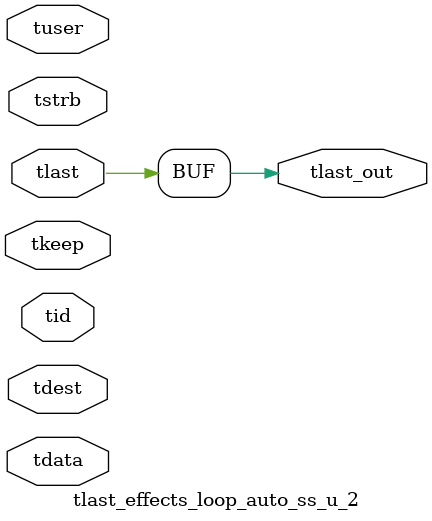
<source format=v>


`timescale 1ps/1ps

module tlast_effects_loop_auto_ss_u_2 #
(
parameter C_S_AXIS_TID_WIDTH   = 1,
parameter C_S_AXIS_TUSER_WIDTH = 0,
parameter C_S_AXIS_TDATA_WIDTH = 0,
parameter C_S_AXIS_TDEST_WIDTH = 0
)
(
input  [(C_S_AXIS_TID_WIDTH   == 0 ? 1 : C_S_AXIS_TID_WIDTH)-1:0       ] tid,
input  [(C_S_AXIS_TDATA_WIDTH == 0 ? 1 : C_S_AXIS_TDATA_WIDTH)-1:0     ] tdata,
input  [(C_S_AXIS_TUSER_WIDTH == 0 ? 1 : C_S_AXIS_TUSER_WIDTH)-1:0     ] tuser,
input  [(C_S_AXIS_TDEST_WIDTH == 0 ? 1 : C_S_AXIS_TDEST_WIDTH)-1:0     ] tdest,
input  [(C_S_AXIS_TDATA_WIDTH/8)-1:0 ] tkeep,
input  [(C_S_AXIS_TDATA_WIDTH/8)-1:0 ] tstrb,
input  [0:0]                                                             tlast,
output                                                                   tlast_out
);

assign tlast_out = {tlast};

endmodule


</source>
